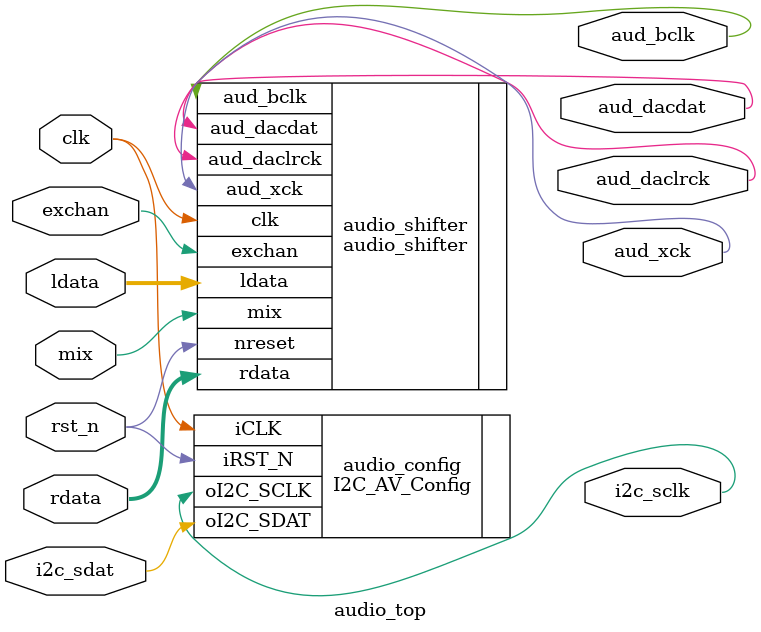
<source format=v>
/********************************************/
/* audio_top.v                              */
/*                                          */
/* 2012, rok.krajnc@gmail.com               */
/********************************************/


module audio_top (
  input  wire           clk,
  input  wire           rst_n,
  // config
  input  wire           mix,
  // audio shifter
  input  wire [ 15:0] rdata,
  input  wire [ 15:0] ldata,
  input  wire           exchan,
  output wire           aud_bclk,
  output wire           aud_daclrck,
  output wire           aud_dacdat,
  output wire           aud_xck,
  // I2C audio config
  output wire           i2c_sclk,
  inout                 i2c_sdat
);



////////////////////////////////////////
// modules                            //
////////////////////////////////////////

// don't include these two modules for sim, as they have some probems in simulation
`ifndef SOC_SIM


// audio shifter
audio_shifter audio_shifter (
  .clk          (clk              ),
  .nreset       (rst_n            ),
  .mix          (mix              ),
  .rdata        (rdata            ),
  .ldata        (ldata            ),
  .exchan       (exchan           ),
  .aud_bclk     (aud_bclk         ),
  .aud_daclrck  (aud_daclrck      ),
  .aud_dacdat   (aud_dacdat       ),
  .aud_xck      (aud_xck          )
);


// I2C audio config
I2C_AV_Config audio_config (
  // host side
  .iCLK         (clk              ),
  .iRST_N       (rst_n            ),
  // i2c side
  .oI2C_SCLK    (i2c_sclk         ),
  .oI2C_SDAT    (i2c_sdat         )
);


`endif // SOC_SIM



endmodule

</source>
